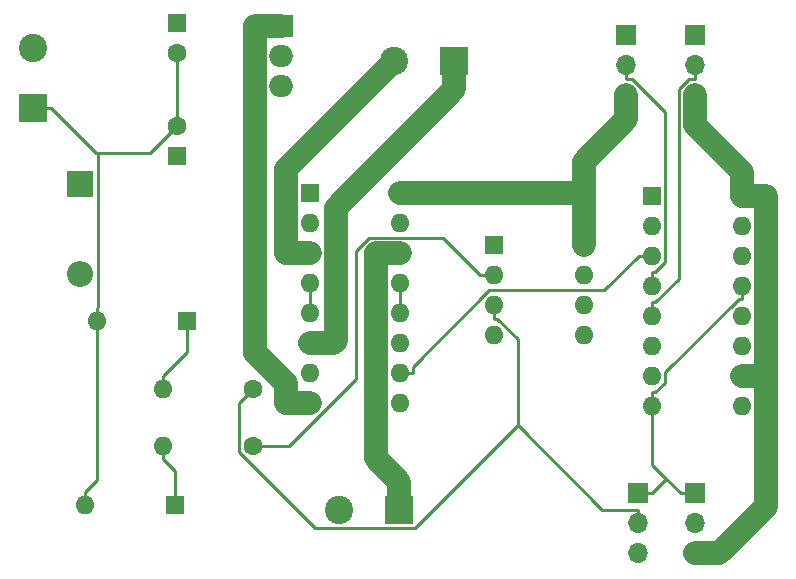
<source format=gbr>
%TF.GenerationSoftware,KiCad,Pcbnew,(5.1.10)-1*%
%TF.CreationDate,2021-05-16T00:39:39-03:00*%
%TF.ProjectId,low_cost_robotics,6c6f775f-636f-4737-945f-726f626f7469,rev?*%
%TF.SameCoordinates,Original*%
%TF.FileFunction,Copper,L2,Bot*%
%TF.FilePolarity,Positive*%
%FSLAX46Y46*%
G04 Gerber Fmt 4.6, Leading zero omitted, Abs format (unit mm)*
G04 Created by KiCad (PCBNEW (5.1.10)-1) date 2021-05-16 00:39:39*
%MOMM*%
%LPD*%
G01*
G04 APERTURE LIST*
%TA.AperFunction,ComponentPad*%
%ADD10C,2.400000*%
%TD*%
%TA.AperFunction,ComponentPad*%
%ADD11R,2.400000X2.400000*%
%TD*%
%TA.AperFunction,ComponentPad*%
%ADD12R,1.600000X1.600000*%
%TD*%
%TA.AperFunction,ComponentPad*%
%ADD13C,1.600000*%
%TD*%
%TA.AperFunction,ComponentPad*%
%ADD14R,2.200000X2.200000*%
%TD*%
%TA.AperFunction,ComponentPad*%
%ADD15O,2.200000X2.200000*%
%TD*%
%TA.AperFunction,ComponentPad*%
%ADD16O,1.600000X1.600000*%
%TD*%
%TA.AperFunction,ComponentPad*%
%ADD17R,1.700000X1.700000*%
%TD*%
%TA.AperFunction,ComponentPad*%
%ADD18O,1.700000X1.700000*%
%TD*%
%TA.AperFunction,ComponentPad*%
%ADD19R,2.000000X1.905000*%
%TD*%
%TA.AperFunction,ComponentPad*%
%ADD20O,2.000000X1.905000*%
%TD*%
%TA.AperFunction,Conductor*%
%ADD21C,2.000000*%
%TD*%
%TA.AperFunction,Conductor*%
%ADD22C,0.250000*%
%TD*%
G04 APERTURE END LIST*
D10*
%TO.P,J7,2*%
%TO.N,OUT3*%
X52520000Y-71800000D03*
D11*
%TO.P,J7,1*%
%TO.N,OUT4*%
X57600000Y-71800000D03*
%TD*%
D10*
%TO.P,J4,2*%
%TO.N,OUT1*%
X57120000Y-33800000D03*
D11*
%TO.P,J4,1*%
%TO.N,OUT2*%
X62200000Y-33800000D03*
%TD*%
D12*
%TO.P,C1,1*%
%TO.N,V_Bat*%
X38800000Y-30600000D03*
D13*
%TO.P,C1,2*%
%TO.N,GND*%
X38800000Y-33100000D03*
%TD*%
%TO.P,C2,2*%
%TO.N,GND*%
X38800000Y-39300000D03*
D12*
%TO.P,C2,1*%
%TO.N,5V*%
X38800000Y-41800000D03*
%TD*%
D14*
%TO.P,D1,1*%
%TO.N,5V*%
X30600000Y-44200000D03*
D15*
%TO.P,D1,2*%
%TO.N,Net-(D1-Pad2)*%
X30600000Y-51820000D03*
%TD*%
D16*
%TO.P,D2,2*%
%TO.N,GND*%
X31980000Y-55800000D03*
D12*
%TO.P,D2,1*%
%TO.N,Net-(D2-Pad1)*%
X39600000Y-55800000D03*
%TD*%
%TO.P,D3,1*%
%TO.N,Net-(D3-Pad1)*%
X38600000Y-71400000D03*
D16*
%TO.P,D3,2*%
%TO.N,GND*%
X30980000Y-71400000D03*
%TD*%
D11*
%TO.P,J1,1*%
%TO.N,GND*%
X26600000Y-37800000D03*
D10*
%TO.P,J1,2*%
%TO.N,V_Bat*%
X26600000Y-32720000D03*
%TD*%
D17*
%TO.P,S2,1*%
%TO.N,GND*%
X82600000Y-70400000D03*
D18*
%TO.P,S2,2*%
%TO.N,D-*%
X82600000Y-72940000D03*
%TO.P,S2,3*%
%TO.N,5V*%
X82600000Y-75480000D03*
%TD*%
D17*
%TO.P,A1,1*%
%TO.N,GND*%
X76800000Y-31600000D03*
D18*
%TO.P,A1,2*%
%TO.N,QE*%
X76800000Y-34140000D03*
%TO.P,A1,3*%
%TO.N,5V*%
X76800000Y-36680000D03*
%TD*%
%TO.P,S1,3*%
%TO.N,5V*%
X77800000Y-75480000D03*
%TO.P,S1,2*%
%TO.N,D+*%
X77800000Y-72940000D03*
D17*
%TO.P,S1,1*%
%TO.N,GND*%
X77800000Y-70400000D03*
%TD*%
D18*
%TO.P,A2,3*%
%TO.N,5V*%
X82600000Y-36680000D03*
%TO.P,A2,2*%
%TO.N,QF*%
X82600000Y-34140000D03*
D17*
%TO.P,A2,1*%
%TO.N,GND*%
X82600000Y-31600000D03*
%TD*%
D16*
%TO.P,R1,2*%
%TO.N,Net-(D2-Pad1)*%
X37580000Y-61600000D03*
D13*
%TO.P,R1,1*%
%TO.N,D+*%
X45200000Y-61600000D03*
%TD*%
%TO.P,R2,1*%
%TO.N,D-*%
X45200000Y-66400000D03*
D16*
%TO.P,R2,2*%
%TO.N,Net-(D3-Pad1)*%
X37580000Y-66400000D03*
%TD*%
D12*
%TO.P,U1,1*%
%TO.N,PB5*%
X65600000Y-49400000D03*
D16*
%TO.P,U1,5*%
%TO.N,PB0*%
X73220000Y-57020000D03*
%TO.P,U1,2*%
%TO.N,D-*%
X65600000Y-51940000D03*
%TO.P,U1,6*%
%TO.N,PB1*%
X73220000Y-54480000D03*
%TO.P,U1,3*%
%TO.N,D+*%
X65600000Y-54480000D03*
%TO.P,U1,7*%
%TO.N,PB2*%
X73220000Y-51940000D03*
%TO.P,U1,4*%
%TO.N,GND*%
X65600000Y-57020000D03*
%TO.P,U1,8*%
%TO.N,5V*%
X73220000Y-49400000D03*
%TD*%
D19*
%TO.P,U2,1*%
%TO.N,V_Bat*%
X47600000Y-30800000D03*
D20*
%TO.P,U2,2*%
%TO.N,GND*%
X47600000Y-33340000D03*
%TO.P,U2,3*%
%TO.N,5V*%
X47600000Y-35880000D03*
%TD*%
D16*
%TO.P,U3,16*%
%TO.N,5V*%
X86620000Y-45200000D03*
%TO.P,U3,8*%
%TO.N,GND*%
X79000000Y-62980000D03*
%TO.P,U3,15*%
%TO.N,QA*%
X86620000Y-47740000D03*
%TO.P,U3,7*%
%TO.N,QH*%
X79000000Y-60440000D03*
%TO.P,U3,14*%
%TO.N,PB2*%
X86620000Y-50280000D03*
%TO.P,U3,6*%
%TO.N,QG*%
X79000000Y-57900000D03*
%TO.P,U3,13*%
%TO.N,GND*%
X86620000Y-52820000D03*
%TO.P,U3,5*%
%TO.N,QF*%
X79000000Y-55360000D03*
%TO.P,U3,12*%
%TO.N,PB1*%
X86620000Y-55360000D03*
%TO.P,U3,4*%
%TO.N,QE*%
X79000000Y-52820000D03*
%TO.P,U3,11*%
%TO.N,PB0*%
X86620000Y-57900000D03*
%TO.P,U3,3*%
%TO.N,QD*%
X79000000Y-50280000D03*
%TO.P,U3,10*%
%TO.N,5V*%
X86620000Y-60440000D03*
%TO.P,U3,2*%
%TO.N,QC*%
X79000000Y-47740000D03*
%TO.P,U3,9*%
%TO.N,Net-(U3-Pad9)*%
X86620000Y-62980000D03*
D12*
%TO.P,U3,1*%
%TO.N,QB*%
X79000000Y-45200000D03*
%TD*%
%TO.P,U4,1*%
%TO.N,5V*%
X50000000Y-45000000D03*
D16*
%TO.P,U4,9*%
X57620000Y-62780000D03*
%TO.P,U4,2*%
%TO.N,QA*%
X50000000Y-47540000D03*
%TO.P,U4,10*%
%TO.N,QD*%
X57620000Y-60240000D03*
%TO.P,U4,3*%
%TO.N,OUT1*%
X50000000Y-50080000D03*
%TO.P,U4,11*%
%TO.N,OUT3*%
X57620000Y-57700000D03*
%TO.P,U4,4*%
%TO.N,GND*%
X50000000Y-52620000D03*
%TO.P,U4,12*%
X57620000Y-55160000D03*
%TO.P,U4,5*%
X50000000Y-55160000D03*
%TO.P,U4,13*%
X57620000Y-52620000D03*
%TO.P,U4,6*%
%TO.N,OUT2*%
X50000000Y-57700000D03*
%TO.P,U4,14*%
%TO.N,OUT4*%
X57620000Y-50080000D03*
%TO.P,U4,7*%
%TO.N,QB*%
X50000000Y-60240000D03*
%TO.P,U4,15*%
%TO.N,QC*%
X57620000Y-47540000D03*
%TO.P,U4,8*%
%TO.N,V_Bat*%
X50000000Y-62780000D03*
%TO.P,U4,16*%
%TO.N,5V*%
X57620000Y-45000000D03*
%TD*%
D21*
%TO.N,V_Bat*%
X47600000Y-30800000D02*
X45399700Y-30800000D01*
X50000000Y-62780000D02*
X47999700Y-62780000D01*
X47999700Y-62780000D02*
X47999700Y-61076300D01*
X47999700Y-61076300D02*
X45399700Y-58476300D01*
X45399700Y-58476300D02*
X45399700Y-30800000D01*
D22*
%TO.N,GND*%
X32050600Y-41600000D02*
X31925300Y-41600000D01*
X31925300Y-41600000D02*
X28125300Y-37800000D01*
X38800000Y-39300000D02*
X36500000Y-41600000D01*
X36500000Y-41600000D02*
X32050600Y-41600000D01*
X32050600Y-41600000D02*
X32050600Y-54604100D01*
X32050600Y-54604100D02*
X31980000Y-54674700D01*
X26600000Y-37800000D02*
X28125300Y-37800000D01*
X79000000Y-62980000D02*
X79000000Y-61854700D01*
X79000000Y-61854700D02*
X79281400Y-61854700D01*
X79281400Y-61854700D02*
X80125300Y-61010800D01*
X80125300Y-61010800D02*
X80125300Y-60158600D01*
X80125300Y-60158600D02*
X86338600Y-53945300D01*
X86338600Y-53945300D02*
X86620000Y-53945300D01*
X79000000Y-62980000D02*
X79000000Y-67975300D01*
X79000000Y-67975300D02*
X80200000Y-69175300D01*
X80200000Y-69175300D02*
X81424700Y-70400000D01*
X78975300Y-70400000D02*
X80200000Y-69175300D01*
X86620000Y-52820000D02*
X86620000Y-53945300D01*
X38800000Y-33100000D02*
X38800000Y-39300000D01*
X31980000Y-55800000D02*
X31980000Y-54674700D01*
X30980000Y-71400000D02*
X30980000Y-70274700D01*
X31980000Y-55800000D02*
X31980000Y-69274700D01*
X31980000Y-69274700D02*
X30980000Y-70274700D01*
X77800000Y-70400000D02*
X78975300Y-70400000D01*
X82600000Y-70400000D02*
X81424700Y-70400000D01*
X50000000Y-55160000D02*
X50000000Y-52620000D01*
X57620000Y-52620000D02*
X57620000Y-55160000D01*
D21*
%TO.N,5V*%
X86620000Y-45200000D02*
X86620000Y-43199700D01*
X82600000Y-36680000D02*
X82600000Y-38730300D01*
X82600000Y-38730300D02*
X82600100Y-38730300D01*
X82600100Y-38730300D02*
X82600100Y-39179800D01*
X82600100Y-39179800D02*
X86620000Y-43199700D01*
X82600000Y-75480000D02*
X84650300Y-75480000D01*
X84650300Y-75480000D02*
X88620300Y-71510000D01*
X88620300Y-71510000D02*
X88620300Y-60440000D01*
X86620000Y-45200000D02*
X88620300Y-45200000D01*
X88620300Y-45200000D02*
X88620300Y-60440000D01*
X86620000Y-60440000D02*
X88620300Y-60440000D01*
X73220000Y-45000000D02*
X73220000Y-42310300D01*
X73220000Y-42310300D02*
X76800000Y-38730300D01*
X73220000Y-49400000D02*
X73220000Y-45000000D01*
X73220000Y-45000000D02*
X59620300Y-45000000D01*
X57620000Y-45000000D02*
X59620300Y-45000000D01*
X76800000Y-36680000D02*
X76800000Y-38730300D01*
D22*
%TO.N,Net-(D2-Pad1)*%
X37580000Y-61600000D02*
X37580000Y-60474700D01*
X37580000Y-60474700D02*
X39600000Y-58454700D01*
X39600000Y-58454700D02*
X39600000Y-55800000D01*
%TO.N,Net-(D3-Pad1)*%
X37580000Y-66400000D02*
X37580000Y-67525300D01*
X37580000Y-67525300D02*
X38600000Y-68545300D01*
X38600000Y-68545300D02*
X38600000Y-71400000D01*
%TO.N,D-*%
X65600000Y-51940000D02*
X64474700Y-51940000D01*
X64474700Y-51940000D02*
X61289300Y-48754600D01*
X61289300Y-48754600D02*
X55070300Y-48754600D01*
X55070300Y-48754600D02*
X53969300Y-49855600D01*
X53969300Y-49855600D02*
X53969300Y-60693200D01*
X53969300Y-60693200D02*
X48262500Y-66400000D01*
X48262500Y-66400000D02*
X45200000Y-66400000D01*
D21*
%TO.N,OUT2*%
X52000300Y-57700000D02*
X52200300Y-57500000D01*
X52200300Y-57500000D02*
X52200300Y-46200000D01*
X52200300Y-46200000D02*
X62200000Y-36200300D01*
X62200000Y-33800000D02*
X62200000Y-36200300D01*
X50000000Y-57700000D02*
X52000300Y-57700000D01*
%TO.N,OUT1*%
X50000000Y-50080000D02*
X47999700Y-50080000D01*
X47999700Y-50080000D02*
X47999700Y-42920300D01*
X47999700Y-42920300D02*
X57120000Y-33800000D01*
D22*
%TO.N,QE*%
X79000000Y-51694700D02*
X79281300Y-51694700D01*
X79281300Y-51694700D02*
X80125400Y-50850600D01*
X80125400Y-50850600D02*
X80125400Y-38131100D01*
X80125400Y-38131100D02*
X77309600Y-35315300D01*
X77309600Y-35315300D02*
X76800000Y-35315300D01*
X76800000Y-34140000D02*
X76800000Y-35315300D01*
X79000000Y-52820000D02*
X79000000Y-51694700D01*
%TO.N,D+*%
X67640400Y-64626100D02*
X58941100Y-73325400D01*
X58941100Y-73325400D02*
X50482700Y-73325400D01*
X50482700Y-73325400D02*
X44063000Y-66905700D01*
X44063000Y-66905700D02*
X44063000Y-62737000D01*
X44063000Y-62737000D02*
X45200000Y-61600000D01*
X65600000Y-55605300D02*
X65881400Y-55605300D01*
X65881400Y-55605300D02*
X67640400Y-57364300D01*
X67640400Y-57364300D02*
X67640400Y-64626100D01*
X67640400Y-64626100D02*
X74779000Y-71764700D01*
X74779000Y-71764700D02*
X77800000Y-71764700D01*
X77800000Y-72940000D02*
X77800000Y-71764700D01*
X65600000Y-54480000D02*
X65600000Y-55605300D01*
D21*
%TO.N,OUT4*%
X57600000Y-71800000D02*
X57600000Y-69399700D01*
X57620000Y-50080000D02*
X55619700Y-50080000D01*
X55619700Y-50080000D02*
X55619700Y-67419400D01*
X55619700Y-67419400D02*
X57600000Y-69399700D01*
D22*
%TO.N,QF*%
X82600000Y-35315300D02*
X82090400Y-35315300D01*
X82090400Y-35315300D02*
X81274700Y-36131000D01*
X81274700Y-36131000D02*
X81274700Y-52241300D01*
X81274700Y-52241300D02*
X79281300Y-54234700D01*
X79281300Y-54234700D02*
X79000000Y-54234700D01*
X82600000Y-34140000D02*
X82600000Y-35315300D01*
X79000000Y-55360000D02*
X79000000Y-54234700D01*
%TO.N,QD*%
X79000000Y-50280000D02*
X77874700Y-50280000D01*
X57620000Y-60240000D02*
X58745300Y-60240000D01*
X58745300Y-60240000D02*
X58745300Y-59677400D01*
X58745300Y-59677400D02*
X65212700Y-53210000D01*
X65212700Y-53210000D02*
X74944700Y-53210000D01*
X74944700Y-53210000D02*
X77874700Y-50280000D01*
%TD*%
M02*

</source>
